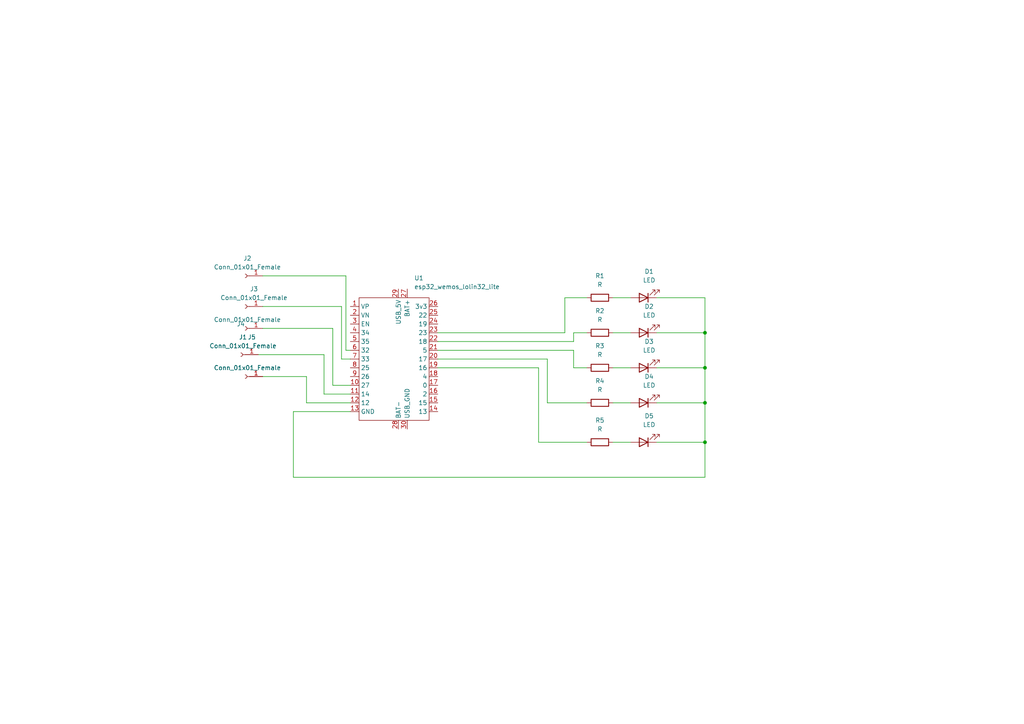
<source format=kicad_sch>
(kicad_sch (version 20211123) (generator eeschema)
  (paper "A4")
  (lib_symbols
    (symbol "Connector:Conn_01x01_Female" (pin_names (offset 1.016) hide)
      (property "Reference" "J" (at 0 2.54 0))
      (property "Value" "Conn_01x01_Female" (at 0 -2.54 0))
      (symbol "Conn_01x01_Female_1_1"
        (polyline (pts (xy -1.27 0) (xy -0.508 0)) (stroke (width 0.1524)))
        (arc (start 0 0.508) (mid -0.508 0) (end 0 -0.508) (stroke (width 0.1524)))
        (pin passive line (at -5.08 0 0) (length 3.81) (name "Pin_1") (number "1"))
      )
    )
    (symbol "Device:LED" (pin_numbers hide) (pin_names (offset 1.016) hide)
      (property "Reference" "D" (at 0 2.54 0))
      (property "Value" "LED" (at 0 -2.54 0))
      (symbol "LED_0_1"
        (polyline (pts (xy -1.27 -1.27) (xy -1.27 1.27)) (stroke (width 0.254)))
        (polyline (pts (xy -1.27 0) (xy 1.27 0)))
        (polyline (pts (xy 1.27 -1.27) (xy 1.27 1.27) (xy -1.27 0) (xy 1.27 -1.27)) (stroke (width 0.254)))
        (polyline (pts (xy -3.048 -0.762) (xy -4.572 -2.286) (xy -3.81 -2.286) (xy -4.572 -2.286) (xy -4.572 -1.524)))
        (polyline (pts (xy -1.778 -0.762) (xy -3.302 -2.286) (xy -2.54 -2.286) (xy -3.302 -2.286) (xy -3.302 -1.524)))
      )
      (symbol "LED_1_1"
        (pin passive line (at -3.81 0 0) (length 2.54) (name "K") (number "1"))
        (pin passive line (at 3.81 0 180) (length 2.54) (name "A") (number "2"))
      )
    )
    (symbol "Device:R" (pin_numbers hide) (pin_names (offset 0))
      (property "Reference" "R" (at 2.032 0 90))
      (property "Value" "R" (at 0 0 90))
      (symbol "R_0_1"
        (rectangle (start -1.016 -2.54) (end 1.016 2.54) (stroke (width 0.254)))
      )
      (symbol "R_1_1"
        (pin passive line (at 0 3.81 270) (length 1.27) (name "~") (number "1"))
        (pin passive line (at 0 -3.81 90) (length 1.27) (name "~") (number "2"))
      )
    )
    (symbol "wemos_lolin32_lite:esp32_wemos_lolin32_lite"
      (property "Reference" "U" (at 1.27 2.54 0))
      (property "Value" "esp32_wemos_lolin32_lite" (at 1.27 6.35 0))
      (symbol "esp32_wemos_lolin32_lite_0_1"
        (rectangle (start 7.62 -11.43) (end 27.94 -46.99))
      )
      (symbol "esp32_wemos_lolin32_lite_1_1"
        (pin input line (at 5.08 -13.97 0) (length 2.54) (name "VP") (number "1"))
        (pin bidirectional line (at 5.08 -36.83 0) (length 2.54) (name "27") (number "10"))
        (pin bidirectional line (at 5.08 -39.37 0) (length 2.54) (name "14") (number "11"))
        (pin bidirectional line (at 5.08 -41.91 0) (length 2.54) (name "12") (number "12"))
        (pin bidirectional line (at 5.08 -44.45 0) (length 2.54) (name "GND") (number "13"))
        (pin bidirectional line (at 30.48 -44.45 180) (length 2.54) (name "13") (number "14"))
        (pin bidirectional line (at 30.48 -41.91 180) (length 2.54) (name "15") (number "15"))
        (pin bidirectional line (at 30.48 -39.37 180) (length 2.54) (name "2") (number "16"))
        (pin bidirectional line (at 30.48 -36.83 180) (length 2.54) (name "0") (number "17"))
        (pin bidirectional line (at 30.48 -34.29 180) (length 2.54) (name "4") (number "18"))
        (pin bidirectional line (at 30.48 -31.75 180) (length 2.54) (name "16") (number "19"))
        (pin input line (at 5.08 -16.51 0) (length 2.54) (name "VN") (number "2"))
        (pin bidirectional line (at 30.48 -29.21 180) (length 2.54) (name "17") (number "20"))
        (pin bidirectional line (at 30.48 -26.67 180) (length 2.54) (name "5") (number "21"))
        (pin bidirectional line (at 30.48 -24.13 180) (length 2.54) (name "18") (number "22"))
        (pin bidirectional line (at 30.48 -21.59 180) (length 2.54) (name "23") (number "23"))
        (pin bidirectional line (at 30.48 -19.05 180) (length 2.54) (name "19") (number "24"))
        (pin bidirectional line (at 30.48 -16.51 180) (length 2.54) (name "22") (number "25"))
        (pin bidirectional line (at 30.48 -13.97 180) (length 2.54) (name "3v3") (number "26"))
        (pin bidirectional line (at 21.59 -8.89 270) (length 2.54) (name "BAT+") (number "27"))
        (pin bidirectional line (at 19.05 -49.53 90) (length 2.54) (name "BAT-") (number "28"))
        (pin bidirectional line (at 19.05 -8.89 270) (length 2.54) (name "USB_5V") (number "29"))
        (pin input line (at 5.08 -19.05 0) (length 2.54) (name "EN") (number "3"))
        (pin bidirectional line (at 21.59 -49.53 90) (length 2.54) (name "USB_GND") (number "30"))
        (pin input line (at 5.08 -21.59 0) (length 2.54) (name "34") (number "4"))
        (pin input line (at 5.08 -24.13 0) (length 2.54) (name "35") (number "5"))
        (pin bidirectional line (at 5.08 -26.67 0) (length 2.54) (name "32") (number "6"))
        (pin bidirectional line (at 5.08 -29.21 0) (length 2.54) (name "33") (number "7"))
        (pin bidirectional line (at 5.08 -31.75 0) (length 2.54) (name "25") (number "8"))
        (pin bidirectional line (at 5.08 -34.29 0) (length 2.54) (name "26") (number "9"))
      )
    )
  )
  (junction (at 204.47 116.84))
  (junction (at 204.47 128.27))
  (junction (at 204.47 106.68))
  (junction (at 204.47 96.52))
  (wire (pts (xy 166.37 101.6) (xy 166.37 106.68)))
  (wire (pts (xy 127 104.14) (xy 158.75 104.14)))
  (wire (pts (xy 99.06 88.9) (xy 99.06 104.14)))
  (wire (pts (xy 88.9 109.22) (xy 88.9 116.84)))
  (wire (pts (xy 100.33 101.6) (xy 101.6 101.6)))
  (wire (pts (xy 76.2 80.01) (xy 100.33 80.01)))
  (wire (pts (xy 156.21 128.27) (xy 170.18 128.27)))
  (wire (pts (xy 190.5 96.52) (xy 204.47 96.52)))
  (wire (pts (xy 127 101.6) (xy 166.37 101.6)))
  (wire (pts (xy 99.06 104.14) (xy 101.6 104.14)))
  (wire (pts (xy 85.09 119.38) (xy 101.6 119.38)))
  (wire (pts (xy 76.2 109.22) (xy 88.9 109.22)))
  (wire (pts (xy 158.75 104.14) (xy 158.75 116.84)))
  (wire (pts (xy 156.21 106.68) (xy 156.21 128.27)))
  (wire (pts (xy 204.47 138.43) (xy 85.09 138.43)))
  (wire (pts (xy 93.98 102.87) (xy 93.98 114.3)))
  (wire (pts (xy 88.9 116.84) (xy 101.6 116.84)))
  (wire (pts (xy 127 106.68) (xy 156.21 106.68)))
  (wire (pts (xy 190.5 86.36) (xy 204.47 86.36)))
  (wire (pts (xy 166.37 99.06) (xy 166.37 96.52)))
  (wire (pts (xy 85.09 138.43) (xy 85.09 119.38)))
  (wire (pts (xy 74.93 102.87) (xy 93.98 102.87)))
  (wire (pts (xy 190.5 116.84) (xy 204.47 116.84)))
  (wire (pts (xy 177.8 116.84) (xy 182.88 116.84)))
  (wire (pts (xy 163.83 96.52) (xy 163.83 86.36)))
  (wire (pts (xy 204.47 128.27) (xy 204.47 138.43)))
  (wire (pts (xy 177.8 128.27) (xy 182.88 128.27)))
  (wire (pts (xy 127 99.06) (xy 166.37 99.06)))
  (wire (pts (xy 204.47 96.52) (xy 204.47 106.68)))
  (wire (pts (xy 158.75 116.84) (xy 170.18 116.84)))
  (wire (pts (xy 96.52 95.25) (xy 96.52 111.76)))
  (wire (pts (xy 127 96.52) (xy 163.83 96.52)))
  (wire (pts (xy 190.5 106.68) (xy 204.47 106.68)))
  (wire (pts (xy 96.52 111.76) (xy 101.6 111.76)))
  (wire (pts (xy 190.5 128.27) (xy 204.47 128.27)))
  (wire (pts (xy 163.83 86.36) (xy 170.18 86.36)))
  (wire (pts (xy 177.8 106.68) (xy 182.88 106.68)))
  (wire (pts (xy 177.8 86.36) (xy 182.88 86.36)))
  (wire (pts (xy 76.2 88.9) (xy 99.06 88.9)))
  (wire (pts (xy 177.8 96.52) (xy 182.88 96.52)))
  (wire (pts (xy 204.47 116.84) (xy 204.47 128.27)))
  (wire (pts (xy 204.47 86.36) (xy 204.47 96.52)))
  (wire (pts (xy 93.98 114.3) (xy 101.6 114.3)))
  (wire (pts (xy 166.37 96.52) (xy 170.18 96.52)))
  (wire (pts (xy 166.37 106.68) (xy 170.18 106.68)))
  (wire (pts (xy 204.47 106.68) (xy 204.47 116.84)))
  (wire (pts (xy 100.33 80.01) (xy 100.33 101.6)))
  (wire (pts (xy 76.2 95.25) (xy 96.52 95.25)))
  (symbol (lib_id "Device:LED") (at 186.69 128.27 180) (unit 1)
    (property "Reference" "D5" (at 188.2775 120.65 0))
    (property "Value" "LED" (at 188.2775 123.19 0))
    (property "Footprint" "LED_THT:LED_D5.0mm" (effects hide))
  )
  (symbol (lib_id "Device:R") (at 173.99 106.68 90) (unit 1)
    (property "Reference" "R3" (at 173.99 100.33 90))
    (property "Value" "R" (at 173.99 102.87 90))
    (property "Footprint" "Resistor_THT:R_Axial_DIN0414_L11.9mm_D4.5mm_P7.62mm_Vertical" (effects hide))
  )
  (symbol (lib_id "Device:LED") (at 186.69 96.52 180) (unit 1)
    (property "Reference" "D2" (at 188.2775 88.9 0))
    (property "Value" "LED" (at 188.2775 91.44 0))
    (property "Footprint" "LED_THT:LED_D5.0mm" (effects hide))
  )
  (symbol (lib_id "Device:R") (at 173.99 128.27 90) (unit 1)
    (property "Reference" "R5" (at 173.99 121.92 90))
    (property "Value" "R" (at 173.99 124.46 90))
    (property "Footprint" "Resistor_THT:R_Axial_DIN0414_L11.9mm_D4.5mm_P7.62mm_Vertical" (effects hide))
  )
  (symbol (lib_id "Connector:Conn_01x01_Female") (at 71.12 80.01 180) (unit 1)
    (property "Reference" "J2" (at 71.755 74.93 0))
    (property "Value" "Conn_01x01_Female" (at 71.755 77.47 0))
    (property "Footprint" "Connector_PinHeader_1.27mm:PinHeader_1x01_P1.27mm_Horizontal" (effects hide))
  )
  (symbol (lib_id "Device:LED") (at 186.69 86.36 180) (unit 1)
    (property "Reference" "D1" (at 188.2775 78.74 0))
    (property "Value" "LED" (at 188.2775 81.28 0))
    (property "Footprint" "LED_THT:LED_D5.0mm" (effects hide))
  )
  (symbol (lib_id "Device:LED") (at 186.69 116.84 180) (unit 1)
    (property "Reference" "D4" (at 188.2775 109.22 0))
    (property "Value" "LED" (at 188.2775 111.76 0))
    (property "Footprint" "LED_THT:LED_D5.0mm" (effects hide))
  )
  (symbol (lib_id "Connector:Conn_01x01_Female") (at 71.12 109.22 180) (unit 1)
    (property "Reference" "J5" (at 73.025 97.79 0))
    (property "Value" "Conn_01x01_Female" (at 71.755 106.68 0))
    (property "Footprint" "Connector_PinHeader_1.27mm:PinHeader_1x01_P1.27mm_Horizontal" (effects hide))
  )
  (symbol (lib_id "Connector:Conn_01x01_Female") (at 69.85 102.87 180) (unit 1)
    (property "Reference" "J1" (at 70.485 97.79 0))
    (property "Value" "Conn_01x01_Female" (at 70.485 100.33 0))
    (property "Footprint" "Connector_PinHeader_1.27mm:PinHeader_1x01_P1.27mm_Horizontal" (effects hide))
  )
  (symbol (lib_id "Device:R") (at 173.99 96.52 90) (unit 1)
    (property "Reference" "R2" (at 173.99 90.17 90))
    (property "Value" "R" (at 173.99 92.71 90))
    (property "Footprint" "Resistor_THT:R_Axial_DIN0414_L11.9mm_D4.5mm_P7.62mm_Vertical" (effects hide))
  )
  (symbol (lib_id "Device:R") (at 173.99 86.36 90) (unit 1)
    (property "Reference" "R1" (at 173.99 80.01 90))
    (property "Value" "R" (at 173.99 82.55 90))
    (property "Footprint" "Resistor_THT:R_Axial_DIN0414_L11.9mm_D4.5mm_P7.62mm_Vertical" (effects hide))
  )
  (symbol (lib_id "Connector:Conn_01x01_Female") (at 71.12 95.25 180) (unit 1)
    (property "Reference" "J4" (at 69.85 93.98 0))
    (property "Value" "Conn_01x01_Female" (at 71.755 92.71 0))
    (property "Footprint" "Connector_PinHeader_1.27mm:PinHeader_1x01_P1.27mm_Horizontal" (effects hide))
  )
  (symbol (lib_id "Device:R") (at 173.99 116.84 90) (unit 1)
    (property "Reference" "R4" (at 173.99 110.49 90))
    (property "Value" "R" (at 173.99 113.03 90))
    (property "Footprint" "Resistor_THT:R_Axial_DIN0414_L11.9mm_D4.5mm_P7.62mm_Vertical" (effects hide))
  )
  (symbol (lib_id "Device:LED") (at 186.69 106.68 180) (unit 1)
    (property "Reference" "D3" (at 188.2775 99.06 0))
    (property "Value" "LED" (at 188.2775 101.6 0))
    (property "Footprint" "LED_THT:LED_D5.0mm" (effects hide))
  )
  (symbol (lib_id "wemos_lolin32_lite:esp32_wemos_lolin32_lite") (at 96.52 74.93 0) (unit 1)
    (property "Reference" "U1" (at 120.1294 80.645 0) (effects (justify left)))
    (property "Value" "esp32_wemos_lolin32_lite" (at 120.1294 83.185 0) (effects (justify left)))
    (property "Footprint" "wemos_lolin32_lite:esp32_wemos_lolin32_lite" (effects hide))
  )
  (symbol (lib_id "Connector:Conn_01x01_Female") (at 71.12 88.9 180) (unit 1)
    (property "Reference" "J3" (at 73.66 83.82 0))
    (property "Value" "Conn_01x01_Female" (at 73.66 86.36 0))
    (property "Footprint" "Connector_PinHeader_1.27mm:PinHeader_1x01_P1.27mm_Horizontal" (effects hide))
  )
)
</source>
